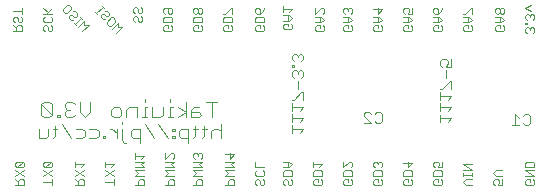
<source format=gbo>
G75*
%MOIN*%
%OFA0B0*%
%FSLAX25Y25*%
%IPPOS*%
%LPD*%
%AMOC8*
5,1,8,0,0,1.08239X$1,22.5*
%
%ADD10C,0.00300*%
%ADD11C,0.00400*%
D10*
X0006150Y0012400D02*
X0009052Y0012400D01*
X0009052Y0013851D01*
X0008569Y0014335D01*
X0007601Y0014335D01*
X0007117Y0013851D01*
X0007117Y0012400D01*
X0007117Y0013367D02*
X0006150Y0014335D01*
X0006150Y0015347D02*
X0009052Y0017281D01*
X0008569Y0018293D02*
X0006634Y0018293D01*
X0008569Y0020228D01*
X0006634Y0020228D01*
X0006150Y0019744D01*
X0006150Y0018777D01*
X0006634Y0018293D01*
X0006150Y0017281D02*
X0009052Y0015347D01*
X0008569Y0018293D02*
X0009052Y0018777D01*
X0009052Y0019744D01*
X0008569Y0020228D01*
X0015525Y0019744D02*
X0015525Y0018777D01*
X0016009Y0018293D01*
X0017944Y0020228D01*
X0016009Y0020228D01*
X0015525Y0019744D01*
X0017944Y0020228D02*
X0018427Y0019744D01*
X0018427Y0018777D01*
X0017944Y0018293D01*
X0016009Y0018293D01*
X0015525Y0017281D02*
X0018427Y0015347D01*
X0018427Y0017281D02*
X0015525Y0015347D01*
X0018427Y0014335D02*
X0018427Y0012400D01*
X0018427Y0013367D02*
X0015525Y0013367D01*
X0026150Y0012400D02*
X0029052Y0012400D01*
X0029052Y0013851D01*
X0028569Y0014335D01*
X0027601Y0014335D01*
X0027117Y0013851D01*
X0027117Y0012400D01*
X0027117Y0013367D02*
X0026150Y0014335D01*
X0026150Y0015347D02*
X0029052Y0017281D01*
X0028085Y0018293D02*
X0029052Y0019261D01*
X0026150Y0019261D01*
X0026150Y0020228D02*
X0026150Y0018293D01*
X0026150Y0017281D02*
X0029052Y0015347D01*
X0036150Y0015347D02*
X0039052Y0017281D01*
X0038085Y0018293D02*
X0039052Y0019261D01*
X0036150Y0019261D01*
X0036150Y0020228D02*
X0036150Y0018293D01*
X0036150Y0017281D02*
X0039052Y0015347D01*
X0039052Y0014335D02*
X0039052Y0012400D01*
X0039052Y0013367D02*
X0036150Y0013367D01*
X0046150Y0012400D02*
X0049052Y0012400D01*
X0049052Y0013851D01*
X0048569Y0014335D01*
X0047601Y0014335D01*
X0047117Y0013851D01*
X0047117Y0012400D01*
X0046150Y0015347D02*
X0047117Y0016314D01*
X0046150Y0017281D01*
X0049052Y0017281D01*
X0049052Y0018293D02*
X0046150Y0018293D01*
X0048085Y0019261D02*
X0049052Y0020228D01*
X0046150Y0020228D01*
X0048085Y0019261D02*
X0049052Y0018293D01*
X0049052Y0015347D02*
X0046150Y0015347D01*
X0056150Y0015347D02*
X0057117Y0016314D01*
X0056150Y0017281D01*
X0059052Y0017281D01*
X0059052Y0018293D02*
X0058085Y0019261D01*
X0059052Y0020228D01*
X0056150Y0020228D01*
X0056150Y0021240D02*
X0058085Y0023175D01*
X0058569Y0023175D01*
X0059052Y0022691D01*
X0059052Y0021723D01*
X0058569Y0021240D01*
X0056150Y0021240D02*
X0056150Y0023175D01*
X0049052Y0022207D02*
X0048085Y0021240D01*
X0049052Y0022207D02*
X0046150Y0022207D01*
X0046150Y0021240D02*
X0046150Y0023175D01*
X0056150Y0018293D02*
X0059052Y0018293D01*
X0059052Y0015347D02*
X0056150Y0015347D01*
X0057601Y0014335D02*
X0057117Y0013851D01*
X0057117Y0012400D01*
X0056150Y0012400D02*
X0059052Y0012400D01*
X0059052Y0013851D01*
X0058569Y0014335D01*
X0057601Y0014335D01*
X0065525Y0015347D02*
X0066492Y0016314D01*
X0065525Y0017281D01*
X0068427Y0017281D01*
X0068427Y0018293D02*
X0067460Y0019261D01*
X0068427Y0020228D01*
X0065525Y0020228D01*
X0066009Y0021240D02*
X0065525Y0021723D01*
X0065525Y0022691D01*
X0066009Y0023175D01*
X0066492Y0023175D01*
X0066976Y0022691D01*
X0066976Y0022207D01*
X0066976Y0022691D02*
X0067460Y0023175D01*
X0067944Y0023175D01*
X0068427Y0022691D01*
X0068427Y0021723D01*
X0067944Y0021240D01*
X0068427Y0018293D02*
X0065525Y0018293D01*
X0065525Y0015347D02*
X0068427Y0015347D01*
X0067944Y0014335D02*
X0066976Y0014335D01*
X0066492Y0013851D01*
X0066492Y0012400D01*
X0065525Y0012400D02*
X0068427Y0012400D01*
X0068427Y0013851D01*
X0067944Y0014335D01*
X0076150Y0015347D02*
X0077117Y0016314D01*
X0076150Y0017281D01*
X0079052Y0017281D01*
X0079052Y0018293D02*
X0076150Y0018293D01*
X0078085Y0019261D02*
X0079052Y0020228D01*
X0076150Y0020228D01*
X0078085Y0019261D02*
X0079052Y0018293D01*
X0079052Y0015347D02*
X0076150Y0015347D01*
X0077601Y0014335D02*
X0077117Y0013851D01*
X0077117Y0012400D01*
X0076150Y0012400D02*
X0079052Y0012400D01*
X0079052Y0013851D01*
X0078569Y0014335D01*
X0077601Y0014335D01*
X0086150Y0013851D02*
X0086150Y0012884D01*
X0086634Y0012400D01*
X0087601Y0012884D02*
X0087601Y0013851D01*
X0087117Y0014335D01*
X0086634Y0014335D01*
X0086150Y0013851D01*
X0087601Y0012884D02*
X0088085Y0012400D01*
X0088569Y0012400D01*
X0089052Y0012884D01*
X0089052Y0013851D01*
X0088569Y0014335D01*
X0088569Y0015347D02*
X0086634Y0015347D01*
X0086150Y0015830D01*
X0086150Y0016798D01*
X0086634Y0017281D01*
X0086150Y0018293D02*
X0086150Y0020228D01*
X0086150Y0018293D02*
X0089052Y0018293D01*
X0088569Y0017281D02*
X0089052Y0016798D01*
X0089052Y0015830D01*
X0088569Y0015347D01*
X0095525Y0015347D02*
X0095525Y0016798D01*
X0096009Y0017281D01*
X0097944Y0017281D01*
X0098427Y0016798D01*
X0098427Y0015347D01*
X0095525Y0015347D01*
X0096009Y0014335D02*
X0095525Y0013851D01*
X0095525Y0012884D01*
X0096009Y0012400D01*
X0096976Y0012884D02*
X0097460Y0012400D01*
X0097944Y0012400D01*
X0098427Y0012884D01*
X0098427Y0013851D01*
X0097944Y0014335D01*
X0096976Y0013851D02*
X0096976Y0012884D01*
X0096976Y0013851D02*
X0096492Y0014335D01*
X0096009Y0014335D01*
X0095525Y0018293D02*
X0097460Y0018293D01*
X0098427Y0019261D01*
X0097460Y0020228D01*
X0095525Y0020228D01*
X0096976Y0020228D02*
X0096976Y0018293D01*
X0105525Y0018293D02*
X0105525Y0020228D01*
X0105525Y0019261D02*
X0108427Y0019261D01*
X0107460Y0018293D01*
X0107944Y0017281D02*
X0106009Y0017281D01*
X0105525Y0016798D01*
X0105525Y0015347D01*
X0108427Y0015347D01*
X0108427Y0016798D01*
X0107944Y0017281D01*
X0107944Y0014335D02*
X0108427Y0013851D01*
X0108427Y0012884D01*
X0107944Y0012400D01*
X0106009Y0012400D01*
X0105525Y0012884D01*
X0105525Y0013851D01*
X0106009Y0014335D01*
X0106976Y0014335D01*
X0106976Y0013367D01*
X0115525Y0012884D02*
X0116009Y0012400D01*
X0117944Y0012400D01*
X0118427Y0012884D01*
X0118427Y0013851D01*
X0117944Y0014335D01*
X0116976Y0014335D02*
X0116976Y0013367D01*
X0116976Y0014335D02*
X0116009Y0014335D01*
X0115525Y0013851D01*
X0115525Y0012884D01*
X0115525Y0015347D02*
X0115525Y0016798D01*
X0116009Y0017281D01*
X0117944Y0017281D01*
X0118427Y0016798D01*
X0118427Y0015347D01*
X0115525Y0015347D01*
X0115525Y0018293D02*
X0117460Y0020228D01*
X0117944Y0020228D01*
X0118427Y0019744D01*
X0118427Y0018777D01*
X0117944Y0018293D01*
X0115525Y0018293D02*
X0115525Y0020228D01*
X0125525Y0019744D02*
X0125525Y0018777D01*
X0126009Y0018293D01*
X0126009Y0017281D02*
X0127944Y0017281D01*
X0128427Y0016798D01*
X0128427Y0015347D01*
X0125525Y0015347D01*
X0125525Y0016798D01*
X0126009Y0017281D01*
X0127944Y0018293D02*
X0128427Y0018777D01*
X0128427Y0019744D01*
X0127944Y0020228D01*
X0127460Y0020228D01*
X0126976Y0019744D01*
X0126492Y0020228D01*
X0126009Y0020228D01*
X0125525Y0019744D01*
X0126976Y0019744D02*
X0126976Y0019261D01*
X0135525Y0019744D02*
X0138427Y0019744D01*
X0136976Y0018293D01*
X0136976Y0020228D01*
X0136009Y0017281D02*
X0137944Y0017281D01*
X0138427Y0016798D01*
X0138427Y0015347D01*
X0135525Y0015347D01*
X0135525Y0016798D01*
X0136009Y0017281D01*
X0136009Y0014335D02*
X0136976Y0014335D01*
X0136976Y0013367D01*
X0136009Y0012400D02*
X0135525Y0012884D01*
X0135525Y0013851D01*
X0136009Y0014335D01*
X0137944Y0014335D02*
X0138427Y0013851D01*
X0138427Y0012884D01*
X0137944Y0012400D01*
X0136009Y0012400D01*
X0128427Y0012884D02*
X0127944Y0012400D01*
X0126009Y0012400D01*
X0125525Y0012884D01*
X0125525Y0013851D01*
X0126009Y0014335D01*
X0126976Y0014335D01*
X0126976Y0013367D01*
X0127944Y0014335D02*
X0128427Y0013851D01*
X0128427Y0012884D01*
X0145525Y0012884D02*
X0145525Y0013851D01*
X0146009Y0014335D01*
X0146976Y0014335D01*
X0146976Y0013367D01*
X0146009Y0012400D02*
X0145525Y0012884D01*
X0146009Y0012400D02*
X0147944Y0012400D01*
X0148427Y0012884D01*
X0148427Y0013851D01*
X0147944Y0014335D01*
X0148427Y0015347D02*
X0145525Y0015347D01*
X0145525Y0016798D01*
X0146009Y0017281D01*
X0147944Y0017281D01*
X0148427Y0016798D01*
X0148427Y0015347D01*
X0148427Y0018293D02*
X0146976Y0018293D01*
X0147460Y0019261D01*
X0147460Y0019744D01*
X0146976Y0020228D01*
X0146009Y0020228D01*
X0145525Y0019744D01*
X0145525Y0018777D01*
X0146009Y0018293D01*
X0148427Y0018293D02*
X0148427Y0020228D01*
X0155525Y0019246D02*
X0158427Y0019246D01*
X0158427Y0017311D02*
X0155525Y0019246D01*
X0155525Y0017311D02*
X0158427Y0017311D01*
X0158427Y0016314D02*
X0158427Y0015347D01*
X0158427Y0015830D02*
X0155525Y0015830D01*
X0155525Y0015347D02*
X0155525Y0016314D01*
X0156492Y0014335D02*
X0158427Y0014335D01*
X0156492Y0014335D02*
X0155525Y0013367D01*
X0156492Y0012400D01*
X0158427Y0012400D01*
X0165525Y0012884D02*
X0166009Y0012400D01*
X0165525Y0012884D02*
X0165525Y0013851D01*
X0166009Y0014335D01*
X0166976Y0014335D01*
X0167460Y0013851D01*
X0167460Y0013367D01*
X0166976Y0012400D01*
X0168427Y0012400D01*
X0168427Y0014335D01*
X0168427Y0015347D02*
X0166492Y0015347D01*
X0165525Y0016314D01*
X0166492Y0017281D01*
X0168427Y0017281D01*
X0176150Y0017281D02*
X0179052Y0017281D01*
X0179052Y0018293D02*
X0179052Y0019744D01*
X0178569Y0020228D01*
X0176634Y0020228D01*
X0176150Y0019744D01*
X0176150Y0018293D01*
X0179052Y0018293D01*
X0179052Y0015347D02*
X0176150Y0017281D01*
X0176150Y0015347D02*
X0179052Y0015347D01*
X0178569Y0014335D02*
X0179052Y0013851D01*
X0179052Y0012884D01*
X0178569Y0012400D01*
X0176634Y0012400D01*
X0176150Y0012884D01*
X0176150Y0013851D01*
X0176634Y0014335D01*
X0177601Y0014335D01*
X0177601Y0013367D01*
X0177108Y0032400D02*
X0175873Y0032400D01*
X0175256Y0033017D01*
X0174042Y0032400D02*
X0171573Y0032400D01*
X0172807Y0032400D02*
X0172807Y0036103D01*
X0174042Y0034869D01*
X0175256Y0035486D02*
X0175873Y0036103D01*
X0177108Y0036103D01*
X0177725Y0035486D01*
X0177725Y0033017D01*
X0177108Y0032400D01*
X0151478Y0034661D02*
X0147775Y0034661D01*
X0147775Y0035895D02*
X0147775Y0033426D01*
X0150244Y0033426D02*
X0151478Y0034661D01*
X0150244Y0037109D02*
X0151478Y0038344D01*
X0147775Y0038344D01*
X0147775Y0039578D02*
X0147775Y0037109D01*
X0147775Y0040792D02*
X0147775Y0043261D01*
X0147775Y0044476D02*
X0148392Y0044476D01*
X0150861Y0046944D01*
X0151478Y0046944D01*
X0151478Y0044476D01*
X0151478Y0042027D02*
X0147775Y0042027D01*
X0150244Y0040792D02*
X0151478Y0042027D01*
X0149627Y0048159D02*
X0149627Y0050627D01*
X0149627Y0051842D02*
X0150244Y0053076D01*
X0150244Y0053693D01*
X0149627Y0054311D01*
X0148392Y0054311D01*
X0147775Y0053693D01*
X0147775Y0052459D01*
X0148392Y0051842D01*
X0149627Y0051842D02*
X0151478Y0051842D01*
X0151478Y0054311D01*
X0147944Y0063650D02*
X0146009Y0063650D01*
X0145525Y0064134D01*
X0145525Y0065101D01*
X0146009Y0065585D01*
X0146976Y0065585D01*
X0146976Y0064617D01*
X0147944Y0063650D02*
X0148427Y0064134D01*
X0148427Y0065101D01*
X0147944Y0065585D01*
X0147460Y0066597D02*
X0148427Y0067564D01*
X0147460Y0068531D01*
X0145525Y0068531D01*
X0146009Y0069543D02*
X0145525Y0070027D01*
X0145525Y0070994D01*
X0146009Y0071478D01*
X0146492Y0071478D01*
X0146976Y0070994D01*
X0146976Y0069543D01*
X0146009Y0069543D01*
X0146976Y0069543D02*
X0147944Y0070511D01*
X0148427Y0071478D01*
X0146976Y0068531D02*
X0146976Y0066597D01*
X0147460Y0066597D02*
X0145525Y0066597D01*
X0138427Y0067564D02*
X0137460Y0068531D01*
X0135525Y0068531D01*
X0136009Y0069543D02*
X0135525Y0070027D01*
X0135525Y0070994D01*
X0136009Y0071478D01*
X0136976Y0071478D01*
X0137460Y0070994D01*
X0137460Y0070511D01*
X0136976Y0069543D01*
X0138427Y0069543D01*
X0138427Y0071478D01*
X0136976Y0068531D02*
X0136976Y0066597D01*
X0137460Y0066597D02*
X0138427Y0067564D01*
X0137460Y0066597D02*
X0135525Y0066597D01*
X0136009Y0065585D02*
X0136976Y0065585D01*
X0136976Y0064617D01*
X0136009Y0063650D02*
X0135525Y0064134D01*
X0135525Y0065101D01*
X0136009Y0065585D01*
X0137944Y0065585D02*
X0138427Y0065101D01*
X0138427Y0064134D01*
X0137944Y0063650D01*
X0136009Y0063650D01*
X0128427Y0064134D02*
X0127944Y0063650D01*
X0126009Y0063650D01*
X0125525Y0064134D01*
X0125525Y0065101D01*
X0126009Y0065585D01*
X0126976Y0065585D01*
X0126976Y0064617D01*
X0127944Y0065585D02*
X0128427Y0065101D01*
X0128427Y0064134D01*
X0127460Y0066597D02*
X0125525Y0066597D01*
X0126976Y0066597D02*
X0126976Y0068531D01*
X0127460Y0068531D02*
X0125525Y0068531D01*
X0126976Y0069543D02*
X0126976Y0071478D01*
X0125525Y0070994D02*
X0128427Y0070994D01*
X0126976Y0069543D01*
X0127460Y0068531D02*
X0128427Y0067564D01*
X0127460Y0066597D01*
X0118427Y0067564D02*
X0117460Y0068531D01*
X0115525Y0068531D01*
X0116009Y0069543D02*
X0115525Y0070027D01*
X0115525Y0070994D01*
X0116009Y0071478D01*
X0116492Y0071478D01*
X0116976Y0070994D01*
X0116976Y0070511D01*
X0116976Y0070994D02*
X0117460Y0071478D01*
X0117944Y0071478D01*
X0118427Y0070994D01*
X0118427Y0070027D01*
X0117944Y0069543D01*
X0116976Y0068531D02*
X0116976Y0066597D01*
X0117460Y0066597D02*
X0118427Y0067564D01*
X0117460Y0066597D02*
X0115525Y0066597D01*
X0116009Y0065585D02*
X0116976Y0065585D01*
X0116976Y0064617D01*
X0116009Y0063650D02*
X0115525Y0064134D01*
X0115525Y0065101D01*
X0116009Y0065585D01*
X0117944Y0065585D02*
X0118427Y0065101D01*
X0118427Y0064134D01*
X0117944Y0063650D01*
X0116009Y0063650D01*
X0109052Y0064134D02*
X0108569Y0063650D01*
X0106634Y0063650D01*
X0106150Y0064134D01*
X0106150Y0065101D01*
X0106634Y0065585D01*
X0107601Y0065585D01*
X0107601Y0064617D01*
X0108569Y0065585D02*
X0109052Y0065101D01*
X0109052Y0064134D01*
X0108085Y0066597D02*
X0106150Y0066597D01*
X0107601Y0066597D02*
X0107601Y0068531D01*
X0108085Y0068531D02*
X0106150Y0068531D01*
X0106150Y0069543D02*
X0108085Y0071478D01*
X0108569Y0071478D01*
X0109052Y0070994D01*
X0109052Y0070027D01*
X0108569Y0069543D01*
X0108085Y0068531D02*
X0109052Y0067564D01*
X0108085Y0066597D01*
X0106150Y0069543D02*
X0106150Y0071478D01*
X0098427Y0071136D02*
X0095525Y0071136D01*
X0095525Y0072103D02*
X0095525Y0070168D01*
X0097460Y0070168D02*
X0098427Y0071136D01*
X0097460Y0069156D02*
X0095525Y0069156D01*
X0096976Y0069156D02*
X0096976Y0067222D01*
X0097460Y0067222D02*
X0098427Y0068189D01*
X0097460Y0069156D01*
X0097460Y0067222D02*
X0095525Y0067222D01*
X0096009Y0066210D02*
X0096976Y0066210D01*
X0096976Y0065242D01*
X0096009Y0064275D02*
X0095525Y0064759D01*
X0095525Y0065726D01*
X0096009Y0066210D01*
X0097944Y0066210D02*
X0098427Y0065726D01*
X0098427Y0064759D01*
X0097944Y0064275D01*
X0096009Y0064275D01*
X0089052Y0064134D02*
X0088569Y0063650D01*
X0086634Y0063650D01*
X0086150Y0064134D01*
X0086150Y0065101D01*
X0086634Y0065585D01*
X0087601Y0065585D01*
X0087601Y0064617D01*
X0088569Y0065585D02*
X0089052Y0065101D01*
X0089052Y0064134D01*
X0089052Y0066597D02*
X0086150Y0066597D01*
X0086150Y0068048D01*
X0086634Y0068531D01*
X0088569Y0068531D01*
X0089052Y0068048D01*
X0089052Y0066597D01*
X0087601Y0069543D02*
X0086634Y0069543D01*
X0086150Y0070027D01*
X0086150Y0070994D01*
X0086634Y0071478D01*
X0087117Y0071478D01*
X0087601Y0070994D01*
X0087601Y0069543D01*
X0088569Y0070511D01*
X0089052Y0071478D01*
X0078427Y0071478D02*
X0078427Y0069543D01*
X0077944Y0068531D02*
X0076009Y0068531D01*
X0075525Y0068048D01*
X0075525Y0066597D01*
X0078427Y0066597D01*
X0078427Y0068048D01*
X0077944Y0068531D01*
X0076009Y0069543D02*
X0075525Y0069543D01*
X0076009Y0069543D02*
X0077944Y0071478D01*
X0078427Y0071478D01*
X0068427Y0070994D02*
X0068427Y0070027D01*
X0067944Y0069543D01*
X0067460Y0069543D01*
X0066976Y0070027D01*
X0066976Y0070994D01*
X0066492Y0071478D01*
X0066009Y0071478D01*
X0065525Y0070994D01*
X0065525Y0070027D01*
X0066009Y0069543D01*
X0066492Y0069543D01*
X0066976Y0070027D01*
X0066009Y0068531D02*
X0067944Y0068531D01*
X0068427Y0068048D01*
X0068427Y0066597D01*
X0065525Y0066597D01*
X0065525Y0068048D01*
X0066009Y0068531D01*
X0066976Y0070994D02*
X0067460Y0071478D01*
X0067944Y0071478D01*
X0068427Y0070994D01*
X0058427Y0070994D02*
X0058427Y0070027D01*
X0057944Y0069543D01*
X0057460Y0069543D01*
X0056976Y0070027D01*
X0056976Y0071478D01*
X0056009Y0071478D02*
X0057944Y0071478D01*
X0058427Y0070994D01*
X0056009Y0071478D02*
X0055525Y0070994D01*
X0055525Y0070027D01*
X0056009Y0069543D01*
X0056009Y0068531D02*
X0057944Y0068531D01*
X0058427Y0068048D01*
X0058427Y0066597D01*
X0055525Y0066597D01*
X0055525Y0068048D01*
X0056009Y0068531D01*
X0056009Y0065585D02*
X0056976Y0065585D01*
X0056976Y0064617D01*
X0056009Y0063650D02*
X0055525Y0064134D01*
X0055525Y0065101D01*
X0056009Y0065585D01*
X0057944Y0065585D02*
X0058427Y0065101D01*
X0058427Y0064134D01*
X0057944Y0063650D01*
X0056009Y0063650D01*
X0048427Y0067259D02*
X0047944Y0066775D01*
X0047460Y0066775D01*
X0046976Y0067259D01*
X0046976Y0068226D01*
X0046492Y0068710D01*
X0046009Y0068710D01*
X0045525Y0068226D01*
X0045525Y0067259D01*
X0046009Y0066775D01*
X0048427Y0067259D02*
X0048427Y0068226D01*
X0047944Y0068710D01*
X0047944Y0069722D02*
X0047460Y0069722D01*
X0046976Y0070205D01*
X0046976Y0071173D01*
X0046492Y0071656D01*
X0046009Y0071656D01*
X0045525Y0071173D01*
X0045525Y0070205D01*
X0046009Y0069722D01*
X0047944Y0069722D02*
X0048427Y0070205D01*
X0048427Y0071173D01*
X0047944Y0071656D01*
X0039377Y0067565D02*
X0039377Y0066881D01*
X0038009Y0065513D01*
X0037324Y0065513D01*
X0036640Y0066197D01*
X0036640Y0066881D01*
X0038009Y0068249D01*
X0038693Y0068249D01*
X0039377Y0067565D01*
X0040434Y0066508D02*
X0038382Y0064455D01*
X0040434Y0065139D02*
X0040434Y0066508D01*
X0040434Y0065139D02*
X0041802Y0065139D01*
X0039750Y0063087D01*
X0030552Y0065764D02*
X0029184Y0065764D01*
X0029184Y0067133D01*
X0027132Y0065080D01*
X0026416Y0065796D02*
X0025732Y0066480D01*
X0026074Y0066138D02*
X0028127Y0068190D01*
X0028469Y0067848D02*
X0027785Y0068532D01*
X0026738Y0068895D02*
X0026738Y0069579D01*
X0026054Y0070263D01*
X0025370Y0070263D01*
X0024654Y0070978D02*
X0023286Y0069610D01*
X0022602Y0069610D01*
X0021918Y0070294D01*
X0021918Y0070978D01*
X0023286Y0072347D01*
X0023970Y0072347D01*
X0024654Y0071663D01*
X0024654Y0070978D01*
X0024343Y0069237D02*
X0024001Y0068895D01*
X0024001Y0068211D01*
X0024685Y0067527D01*
X0025370Y0067527D01*
X0025712Y0068553D02*
X0025028Y0069237D01*
X0024343Y0069237D01*
X0025712Y0068553D02*
X0026396Y0068553D01*
X0026738Y0068895D01*
X0032815Y0070022D02*
X0033499Y0069338D01*
X0033157Y0069680D02*
X0035210Y0071732D01*
X0035552Y0071390D02*
X0034868Y0072074D01*
X0035925Y0070333D02*
X0036609Y0070333D01*
X0037293Y0069649D01*
X0037293Y0068964D01*
X0036951Y0068622D01*
X0036267Y0068622D01*
X0035583Y0069306D01*
X0034899Y0069306D01*
X0034557Y0068964D01*
X0034557Y0068280D01*
X0035241Y0067596D01*
X0035925Y0067596D01*
X0030552Y0065764D02*
X0028500Y0063712D01*
X0018427Y0064134D02*
X0017944Y0063650D01*
X0017460Y0063650D01*
X0016976Y0064134D01*
X0016976Y0065101D01*
X0016492Y0065585D01*
X0016009Y0065585D01*
X0015525Y0065101D01*
X0015525Y0064134D01*
X0016009Y0063650D01*
X0018427Y0064134D02*
X0018427Y0065101D01*
X0017944Y0065585D01*
X0017944Y0066597D02*
X0016009Y0066597D01*
X0015525Y0067080D01*
X0015525Y0068048D01*
X0016009Y0068531D01*
X0016492Y0069543D02*
X0018427Y0071478D01*
X0016976Y0070027D02*
X0015525Y0071478D01*
X0015525Y0069543D02*
X0018427Y0069543D01*
X0017944Y0068531D02*
X0018427Y0068048D01*
X0018427Y0067080D01*
X0017944Y0066597D01*
X0008427Y0067080D02*
X0007944Y0066597D01*
X0007460Y0066597D01*
X0006976Y0067080D01*
X0006976Y0068048D01*
X0006492Y0068531D01*
X0006009Y0068531D01*
X0005525Y0068048D01*
X0005525Y0067080D01*
X0006009Y0066597D01*
X0005525Y0065585D02*
X0006492Y0064617D01*
X0006492Y0065101D02*
X0006492Y0063650D01*
X0005525Y0063650D02*
X0008427Y0063650D01*
X0008427Y0065101D01*
X0007944Y0065585D01*
X0006976Y0065585D01*
X0006492Y0065101D01*
X0008427Y0067080D02*
X0008427Y0068048D01*
X0007944Y0068531D01*
X0008427Y0069543D02*
X0008427Y0071478D01*
X0008427Y0070511D02*
X0005525Y0070511D01*
X0065525Y0065101D02*
X0065525Y0064134D01*
X0066009Y0063650D01*
X0067944Y0063650D01*
X0068427Y0064134D01*
X0068427Y0065101D01*
X0067944Y0065585D01*
X0066976Y0065585D02*
X0066976Y0064617D01*
X0066976Y0065585D02*
X0066009Y0065585D01*
X0065525Y0065101D01*
X0075525Y0065101D02*
X0075525Y0064134D01*
X0076009Y0063650D01*
X0077944Y0063650D01*
X0078427Y0064134D01*
X0078427Y0065101D01*
X0077944Y0065585D01*
X0076976Y0065585D02*
X0076976Y0064617D01*
X0076976Y0065585D02*
X0076009Y0065585D01*
X0075525Y0065101D01*
X0098400Y0055568D02*
X0098400Y0054334D01*
X0099017Y0053717D01*
X0099017Y0052492D02*
X0098400Y0052492D01*
X0098400Y0051875D01*
X0099017Y0051875D01*
X0099017Y0052492D01*
X0101486Y0053717D02*
X0102103Y0054334D01*
X0102103Y0055568D01*
X0101486Y0056186D01*
X0100869Y0056186D01*
X0100252Y0055568D01*
X0099634Y0056186D01*
X0099017Y0056186D01*
X0098400Y0055568D01*
X0100252Y0055568D02*
X0100252Y0054951D01*
X0100869Y0050661D02*
X0100252Y0050044D01*
X0099634Y0050661D01*
X0099017Y0050661D01*
X0098400Y0050044D01*
X0098400Y0048809D01*
X0099017Y0048192D01*
X0100252Y0049427D02*
X0100252Y0050044D01*
X0100869Y0050661D02*
X0101486Y0050661D01*
X0102103Y0050044D01*
X0102103Y0048809D01*
X0101486Y0048192D01*
X0100252Y0046978D02*
X0100252Y0044509D01*
X0101486Y0043295D02*
X0099017Y0040826D01*
X0098400Y0040826D01*
X0098400Y0039611D02*
X0098400Y0037143D01*
X0098400Y0035928D02*
X0098400Y0033460D01*
X0098400Y0032245D02*
X0098400Y0029776D01*
X0098400Y0031011D02*
X0102103Y0031011D01*
X0100869Y0029776D01*
X0100869Y0033460D02*
X0102103Y0034694D01*
X0098400Y0034694D01*
X0100869Y0037143D02*
X0102103Y0038377D01*
X0098400Y0038377D01*
X0102103Y0040826D02*
X0102103Y0043295D01*
X0101486Y0043295D01*
X0122198Y0036111D02*
X0122815Y0036728D01*
X0124050Y0036728D01*
X0124667Y0036111D01*
X0125881Y0036111D02*
X0126498Y0036728D01*
X0127733Y0036728D01*
X0128350Y0036111D01*
X0128350Y0033642D01*
X0127733Y0033025D01*
X0126498Y0033025D01*
X0125881Y0033642D01*
X0124667Y0033025D02*
X0122198Y0035494D01*
X0122198Y0036111D01*
X0122198Y0033025D02*
X0124667Y0033025D01*
X0079052Y0022691D02*
X0077601Y0021240D01*
X0077601Y0023175D01*
X0076150Y0022691D02*
X0079052Y0022691D01*
X0155525Y0064134D02*
X0155525Y0065101D01*
X0156009Y0065585D01*
X0156976Y0065585D01*
X0156976Y0064617D01*
X0156009Y0063650D02*
X0155525Y0064134D01*
X0156009Y0063650D02*
X0157944Y0063650D01*
X0158427Y0064134D01*
X0158427Y0065101D01*
X0157944Y0065585D01*
X0157460Y0066597D02*
X0155525Y0066597D01*
X0156976Y0066597D02*
X0156976Y0068531D01*
X0157460Y0068531D02*
X0155525Y0068531D01*
X0155525Y0069543D02*
X0156009Y0069543D01*
X0157944Y0071478D01*
X0158427Y0071478D01*
X0158427Y0069543D01*
X0157460Y0068531D02*
X0158427Y0067564D01*
X0157460Y0066597D01*
X0166150Y0066597D02*
X0168085Y0066597D01*
X0169052Y0067564D01*
X0168085Y0068531D01*
X0166150Y0068531D01*
X0166634Y0069543D02*
X0167117Y0069543D01*
X0167601Y0070027D01*
X0167601Y0070994D01*
X0167117Y0071478D01*
X0166634Y0071478D01*
X0166150Y0070994D01*
X0166150Y0070027D01*
X0166634Y0069543D01*
X0167601Y0070027D02*
X0168085Y0069543D01*
X0168569Y0069543D01*
X0169052Y0070027D01*
X0169052Y0070994D01*
X0168569Y0071478D01*
X0168085Y0071478D01*
X0167601Y0070994D01*
X0167601Y0068531D02*
X0167601Y0066597D01*
X0167601Y0065585D02*
X0167601Y0064617D01*
X0167601Y0065585D02*
X0166634Y0065585D01*
X0166150Y0065101D01*
X0166150Y0064134D01*
X0166634Y0063650D01*
X0168569Y0063650D01*
X0169052Y0064134D01*
X0169052Y0065101D01*
X0168569Y0065585D01*
X0176150Y0065972D02*
X0176150Y0066455D01*
X0176634Y0066455D01*
X0176634Y0065972D01*
X0176150Y0065972D01*
X0176634Y0067445D02*
X0176150Y0067929D01*
X0176150Y0068896D01*
X0176634Y0069380D01*
X0177117Y0069380D01*
X0177601Y0068896D01*
X0177601Y0068412D01*
X0177601Y0068896D02*
X0178085Y0069380D01*
X0178569Y0069380D01*
X0179052Y0068896D01*
X0179052Y0067929D01*
X0178569Y0067445D01*
X0178569Y0064960D02*
X0178085Y0064960D01*
X0177601Y0064476D01*
X0177117Y0064960D01*
X0176634Y0064960D01*
X0176150Y0064476D01*
X0176150Y0063509D01*
X0176634Y0063025D01*
X0177601Y0063992D02*
X0177601Y0064476D01*
X0178569Y0064960D02*
X0179052Y0064476D01*
X0179052Y0063509D01*
X0178569Y0063025D01*
X0178085Y0070391D02*
X0176150Y0071359D01*
X0178085Y0072326D01*
D11*
X0074550Y0032679D02*
X0074550Y0028075D01*
X0074550Y0030377D02*
X0073783Y0031144D01*
X0072248Y0031144D01*
X0071481Y0030377D01*
X0071481Y0028075D01*
X0069179Y0028842D02*
X0068411Y0028075D01*
X0069179Y0028842D02*
X0069179Y0031912D01*
X0069946Y0031144D02*
X0068411Y0031144D01*
X0066877Y0031144D02*
X0065342Y0031144D01*
X0066109Y0031912D02*
X0066109Y0028842D01*
X0065342Y0028075D01*
X0063808Y0028075D02*
X0061506Y0028075D01*
X0060738Y0028842D01*
X0060738Y0030377D01*
X0061506Y0031144D01*
X0063808Y0031144D01*
X0063808Y0026540D01*
X0059204Y0028075D02*
X0059204Y0028842D01*
X0058436Y0028842D01*
X0058436Y0028075D01*
X0059204Y0028075D01*
X0059204Y0030377D02*
X0058436Y0030377D01*
X0058436Y0031144D01*
X0059204Y0031144D01*
X0059204Y0030377D01*
X0056902Y0028075D02*
X0053832Y0032679D01*
X0054385Y0034950D02*
X0051783Y0034950D01*
X0051783Y0038420D01*
X0050096Y0038420D02*
X0049229Y0038420D01*
X0049229Y0034950D01*
X0050096Y0034950D02*
X0048361Y0034950D01*
X0046659Y0034950D02*
X0046659Y0038420D01*
X0044056Y0038420D01*
X0043189Y0037552D01*
X0043189Y0034950D01*
X0041502Y0035817D02*
X0040635Y0034950D01*
X0038900Y0034950D01*
X0038033Y0035817D01*
X0038033Y0037552D01*
X0038900Y0038420D01*
X0040635Y0038420D01*
X0041502Y0037552D01*
X0041502Y0035817D01*
X0041555Y0033446D02*
X0041555Y0032679D01*
X0041555Y0031144D02*
X0041555Y0027308D01*
X0042323Y0026540D01*
X0043090Y0026540D01*
X0045392Y0028075D02*
X0047694Y0028075D01*
X0045392Y0028075D02*
X0044625Y0028842D01*
X0044625Y0030377D01*
X0045392Y0031144D01*
X0047694Y0031144D01*
X0047694Y0026540D01*
X0052298Y0028075D02*
X0049228Y0032679D01*
X0054385Y0034950D02*
X0055253Y0035817D01*
X0055253Y0038420D01*
X0057823Y0038420D02*
X0057823Y0034950D01*
X0058690Y0034950D02*
X0056955Y0034950D01*
X0060385Y0034950D02*
X0062987Y0036685D01*
X0060385Y0038420D01*
X0058690Y0038420D02*
X0057823Y0038420D01*
X0057823Y0040154D02*
X0057823Y0041022D01*
X0062987Y0040154D02*
X0062987Y0034950D01*
X0064674Y0034950D02*
X0067276Y0034950D01*
X0068144Y0035817D01*
X0067276Y0036685D01*
X0064674Y0036685D01*
X0064674Y0037552D02*
X0064674Y0034950D01*
X0064674Y0037552D02*
X0065541Y0038420D01*
X0067276Y0038420D01*
X0069830Y0040154D02*
X0073300Y0040154D01*
X0071565Y0040154D02*
X0071565Y0034950D01*
X0049229Y0040154D02*
X0049229Y0041022D01*
X0031189Y0040154D02*
X0031189Y0036685D01*
X0029455Y0034950D01*
X0027720Y0036685D01*
X0027720Y0040154D01*
X0026033Y0039287D02*
X0025166Y0040154D01*
X0023431Y0040154D01*
X0022563Y0039287D01*
X0022563Y0038420D01*
X0023431Y0037552D01*
X0022563Y0036685D01*
X0022563Y0035817D01*
X0023431Y0034950D01*
X0025166Y0034950D01*
X0026033Y0035817D01*
X0024298Y0037552D02*
X0023431Y0037552D01*
X0020877Y0035817D02*
X0020009Y0035817D01*
X0020009Y0034950D01*
X0020877Y0034950D01*
X0020877Y0035817D01*
X0018298Y0035817D02*
X0017431Y0034950D01*
X0015696Y0034950D01*
X0014829Y0035817D01*
X0014829Y0039287D01*
X0018298Y0035817D01*
X0018298Y0039287D01*
X0017431Y0040154D01*
X0015696Y0040154D01*
X0014829Y0039287D01*
X0021605Y0032679D02*
X0024674Y0028075D01*
X0026209Y0028075D02*
X0028511Y0028075D01*
X0029278Y0028842D01*
X0029278Y0030377D01*
X0028511Y0031144D01*
X0026209Y0031144D01*
X0030813Y0031144D02*
X0033115Y0031144D01*
X0033882Y0030377D01*
X0033882Y0028842D01*
X0033115Y0028075D01*
X0030813Y0028075D01*
X0035417Y0028075D02*
X0036184Y0028075D01*
X0036184Y0028842D01*
X0035417Y0028842D01*
X0035417Y0028075D01*
X0038486Y0031144D02*
X0040021Y0029610D01*
X0040021Y0031144D02*
X0040021Y0028075D01*
X0038486Y0031144D02*
X0037719Y0031144D01*
X0020070Y0031144D02*
X0018536Y0031144D01*
X0019303Y0031912D02*
X0019303Y0028842D01*
X0018536Y0028075D01*
X0017001Y0028842D02*
X0016234Y0028075D01*
X0013932Y0028075D01*
X0013932Y0031144D01*
X0017001Y0031144D02*
X0017001Y0028842D01*
M02*

</source>
